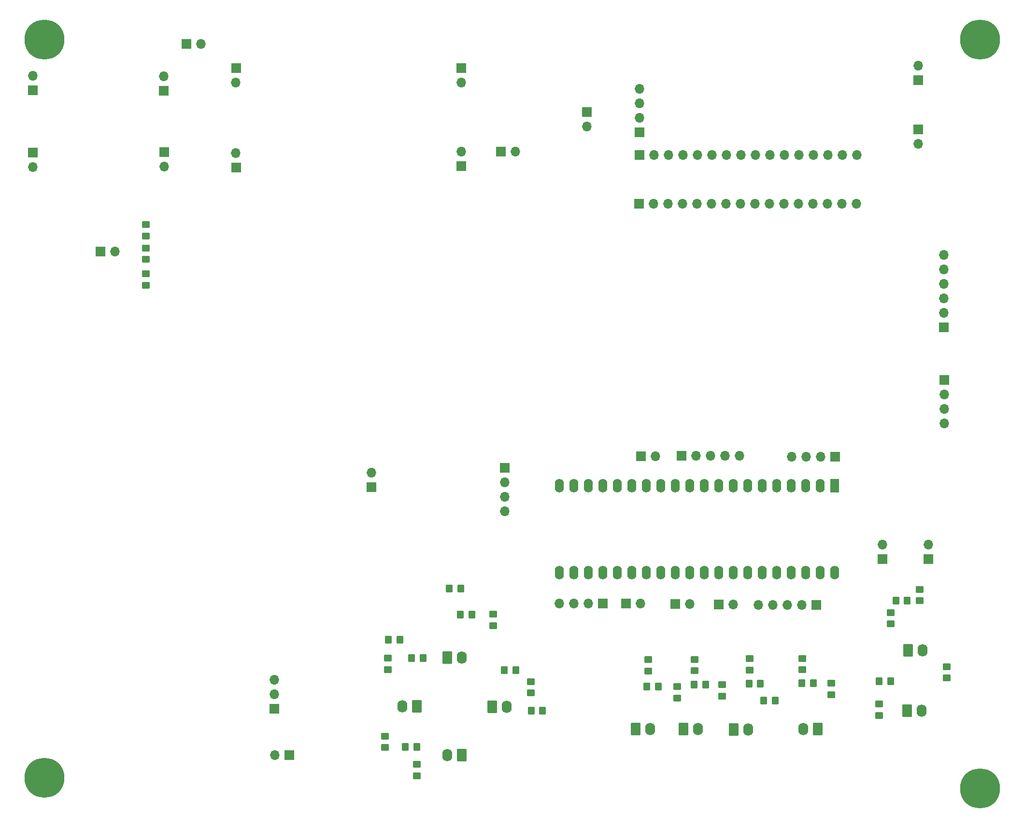
<source format=gbr>
%TF.GenerationSoftware,KiCad,Pcbnew,(6.0.10)*%
%TF.CreationDate,2023-02-06T13:07:10-03:00*%
%TF.ProjectId,JMP_SYSTEM,4a4d505f-5359-4535-9445-4d2e6b696361,rev?*%
%TF.SameCoordinates,Original*%
%TF.FileFunction,Soldermask,Top*%
%TF.FilePolarity,Negative*%
%FSLAX46Y46*%
G04 Gerber Fmt 4.6, Leading zero omitted, Abs format (unit mm)*
G04 Created by KiCad (PCBNEW (6.0.10)) date 2023-02-06 13:07:10*
%MOMM*%
%LPD*%
G01*
G04 APERTURE LIST*
G04 Aperture macros list*
%AMRoundRect*
0 Rectangle with rounded corners*
0 $1 Rounding radius*
0 $2 $3 $4 $5 $6 $7 $8 $9 X,Y pos of 4 corners*
0 Add a 4 corners polygon primitive as box body*
4,1,4,$2,$3,$4,$5,$6,$7,$8,$9,$2,$3,0*
0 Add four circle primitives for the rounded corners*
1,1,$1+$1,$2,$3*
1,1,$1+$1,$4,$5*
1,1,$1+$1,$6,$7*
1,1,$1+$1,$8,$9*
0 Add four rect primitives between the rounded corners*
20,1,$1+$1,$2,$3,$4,$5,0*
20,1,$1+$1,$4,$5,$6,$7,0*
20,1,$1+$1,$6,$7,$8,$9,0*
20,1,$1+$1,$8,$9,$2,$3,0*%
G04 Aperture macros list end*
%ADD10RoundRect,0.250000X0.450000X-0.350000X0.450000X0.350000X-0.450000X0.350000X-0.450000X-0.350000X0*%
%ADD11RoundRect,0.250000X0.350000X0.450000X-0.350000X0.450000X-0.350000X-0.450000X0.350000X-0.450000X0*%
%ADD12RoundRect,0.250000X-0.620000X-0.845000X0.620000X-0.845000X0.620000X0.845000X-0.620000X0.845000X0*%
%ADD13O,1.740000X2.190000*%
%ADD14RoundRect,0.250000X-0.450000X0.350000X-0.450000X-0.350000X0.450000X-0.350000X0.450000X0.350000X0*%
%ADD15R,1.700000X1.700000*%
%ADD16O,1.700000X1.700000*%
%ADD17R,1.600000X2.400000*%
%ADD18O,1.600000X2.400000*%
%ADD19RoundRect,0.250000X-0.350000X-0.450000X0.350000X-0.450000X0.350000X0.450000X-0.350000X0.450000X0*%
%ADD20RoundRect,0.250000X0.620000X0.845000X-0.620000X0.845000X-0.620000X-0.845000X0.620000X-0.845000X0*%
%ADD21C,7.000000*%
G04 APERTURE END LIST*
D10*
%TO.C,R8*%
X-152994600Y-140430200D03*
X-152994600Y-138430200D03*
%TD*%
D11*
%TO.C,R12*%
X-172949600Y-149844200D03*
X-174949600Y-149844200D03*
%TD*%
D12*
%TO.C,SW9*%
X-126223000Y-146770800D03*
D13*
X-123683000Y-146770800D03*
%TD*%
D12*
%TO.C,SW1*%
X-87020400Y-143560800D03*
D13*
X-84480400Y-143560800D03*
%TD*%
D14*
%TO.C,R3*%
X-84861400Y-122240800D03*
X-84861400Y-124240800D03*
%TD*%
D15*
%TO.C,J13*%
X-102910800Y-124952200D03*
D16*
X-105450800Y-124952200D03*
X-107990800Y-124952200D03*
X-110530800Y-124952200D03*
X-113070800Y-124952200D03*
%TD*%
D17*
%TO.C,J1*%
X-99735800Y-104043000D03*
D18*
X-102275800Y-104043000D03*
X-104815800Y-104043000D03*
X-107355800Y-104043000D03*
X-109895800Y-104043000D03*
X-112435800Y-104043000D03*
X-114975800Y-104043000D03*
X-117515800Y-104043000D03*
X-120055800Y-104043000D03*
X-122595800Y-104043000D03*
X-125135800Y-104043000D03*
X-127675800Y-104043000D03*
X-130215800Y-104043000D03*
X-132755800Y-104043000D03*
X-135295800Y-104043000D03*
X-137835800Y-104043000D03*
X-140375800Y-104043000D03*
X-142915800Y-104043000D03*
X-145455800Y-104043000D03*
X-147995800Y-104043000D03*
X-147995800Y-119283000D03*
X-145455800Y-119283000D03*
X-142915800Y-119283000D03*
X-140375800Y-119283000D03*
X-137835800Y-119283000D03*
X-135295800Y-119283000D03*
X-132755800Y-119283000D03*
X-130215800Y-119283000D03*
X-127675800Y-119283000D03*
X-125135800Y-119283000D03*
X-122595800Y-119283000D03*
X-120055800Y-119283000D03*
X-117515800Y-119283000D03*
X-114975800Y-119283000D03*
X-112435800Y-119283000D03*
X-109895800Y-119283000D03*
X-107355800Y-119283000D03*
X-104815800Y-119283000D03*
X-102275800Y-119283000D03*
X-99735800Y-119283000D03*
%TD*%
D10*
%TO.C,C6*%
X-178521600Y-149996600D03*
X-178521600Y-147996600D03*
%TD*%
D12*
%TO.C,SW4*%
X-159725600Y-142819000D03*
D13*
X-157185600Y-142819000D03*
%TD*%
D12*
%TO.C,SW5*%
X-167650400Y-134239200D03*
D13*
X-165110400Y-134239200D03*
%TD*%
D15*
%TO.C,J22*%
X-195326000Y-151282400D03*
D16*
X-197866000Y-151282400D03*
%TD*%
D14*
%TO.C,R1*%
X-80111600Y-135804400D03*
X-80111600Y-137804400D03*
%TD*%
D10*
%TO.C,R21*%
X-220431600Y-68929200D03*
X-220431600Y-66929200D03*
%TD*%
D15*
%TO.C,U3*%
X-240231400Y-34777200D03*
D16*
X-240231400Y-32237200D03*
D15*
X-240240600Y-45639200D03*
D16*
X-240240600Y-48179200D03*
X-217311400Y-32297200D03*
D15*
X-217311400Y-34837200D03*
D16*
X-217279000Y-48128400D03*
D15*
X-217279000Y-45588400D03*
%TD*%
D19*
%TO.C,C3*%
X-177936400Y-131064000D03*
X-175936400Y-131064000D03*
%TD*%
D14*
%TO.C,C5*%
X-159624000Y-126609800D03*
X-159624000Y-128609800D03*
%TD*%
D15*
%TO.C,J17*%
X-136281400Y-124749000D03*
D16*
X-133741400Y-124749000D03*
%TD*%
D19*
%TO.C,R9*%
X-167268400Y-122072400D03*
X-165268400Y-122072400D03*
%TD*%
D15*
%TO.C,J12*%
X-197916800Y-143190200D03*
D16*
X-197916800Y-140650200D03*
X-197916800Y-138110200D03*
%TD*%
D15*
%TO.C,J20*%
X-133695600Y-98942600D03*
D16*
X-131155600Y-98942600D03*
%TD*%
D14*
%TO.C,C10*%
X-100315000Y-138735000D03*
X-100315000Y-140735000D03*
%TD*%
D19*
%TO.C,R14*%
X-114726200Y-138800600D03*
X-112726200Y-138800600D03*
%TD*%
D12*
%TO.C,SW7*%
X-117434600Y-146796200D03*
D13*
X-114894600Y-146796200D03*
%TD*%
D11*
%TO.C,R4*%
X-87011000Y-124231400D03*
X-89011000Y-124231400D03*
%TD*%
%TO.C,C7*%
X-110135400Y-141767000D03*
X-112135400Y-141767000D03*
%TD*%
%TO.C,R5*%
X-171897800Y-134299200D03*
X-173897800Y-134299200D03*
%TD*%
D15*
%TO.C,J15*%
X-127645400Y-124850600D03*
D16*
X-125105400Y-124850600D03*
%TD*%
D19*
%TO.C,R20*%
X-105455200Y-138744400D03*
X-103455200Y-138744400D03*
%TD*%
D15*
%TO.C,J4*%
X-80518000Y-85547200D03*
D16*
X-80518000Y-88087200D03*
X-80518000Y-90627200D03*
X-80518000Y-93167200D03*
%TD*%
D11*
%TO.C,R2*%
X-89932000Y-138328400D03*
X-91932000Y-138328400D03*
%TD*%
D19*
%TO.C,R16*%
X-132658600Y-139308600D03*
X-130658600Y-139308600D03*
%TD*%
%TO.C,R18*%
X-124352800Y-138962400D03*
X-122352800Y-138962400D03*
%TD*%
D20*
%TO.C,SW10*%
X-102702600Y-146725400D03*
D13*
X-105242600Y-146725400D03*
%TD*%
D15*
%TO.C,J8*%
X-126527800Y-98790200D03*
D16*
X-123987800Y-98790200D03*
X-121447800Y-98790200D03*
X-118907800Y-98790200D03*
X-116367800Y-98790200D03*
%TD*%
D15*
%TO.C,J19*%
X-99613800Y-98993400D03*
D16*
X-102153800Y-98993400D03*
X-104693800Y-98993400D03*
X-107233800Y-98993400D03*
%TD*%
D21*
%TO.C,*%
X-238252000Y-155295600D03*
%TD*%
D15*
%TO.C,U4*%
X-204646600Y-30871500D03*
D16*
X-204668600Y-33381900D03*
X-204668600Y-45777100D03*
D15*
X-204646600Y-48321500D03*
X-165176600Y-48016500D03*
D16*
X-165197000Y-45472300D03*
D15*
X-165176600Y-30871500D03*
D16*
X-165197000Y-33381900D03*
%TD*%
D14*
%TO.C,R22*%
X-220421200Y-62398400D03*
X-220421200Y-64398400D03*
%TD*%
D12*
%TO.C,SW2*%
X-86893400Y-132912800D03*
D13*
X-84353400Y-132912800D03*
%TD*%
D15*
%TO.C,J10*%
X-213360000Y-26573400D03*
D16*
X-210820000Y-26573400D03*
%TD*%
D14*
%TO.C,R15*%
X-132420600Y-134600200D03*
X-132420600Y-136600200D03*
%TD*%
D11*
%TO.C,R7*%
X-150927800Y-143494200D03*
X-152927800Y-143494200D03*
%TD*%
D14*
%TO.C,R17*%
X-124292600Y-134518600D03*
X-124292600Y-136518600D03*
%TD*%
%TO.C,R13*%
X-114640600Y-134397000D03*
X-114640600Y-136397000D03*
%TD*%
%TO.C,C2*%
X-89941400Y-126304800D03*
X-89941400Y-128304800D03*
%TD*%
D15*
%TO.C,J18*%
X-120030400Y-124901400D03*
D16*
X-117490400Y-124901400D03*
%TD*%
D11*
%TO.C,C4*%
X-155616400Y-136398000D03*
X-157616400Y-136398000D03*
%TD*%
D14*
%TO.C,R19*%
X-105420400Y-134366200D03*
X-105420400Y-136366200D03*
%TD*%
D15*
%TO.C,J16*%
X-180898800Y-104297400D03*
D16*
X-180898800Y-101757400D03*
%TD*%
D15*
%TO.C,U1*%
X-133915300Y-46073100D03*
D16*
X-131375300Y-46073100D03*
X-128835300Y-46073100D03*
X-126295300Y-46073100D03*
X-123755300Y-46073100D03*
X-121215300Y-46073100D03*
X-118675300Y-46073100D03*
X-116135300Y-46073100D03*
X-113595300Y-46073100D03*
X-111055300Y-46073100D03*
X-108515300Y-46073100D03*
X-105975300Y-46073100D03*
X-103435300Y-46073100D03*
X-100895300Y-46073100D03*
X-98355300Y-46073100D03*
X-95815300Y-46073100D03*
X-133915300Y-34461900D03*
X-133915300Y-37001900D03*
X-133915300Y-39541900D03*
D15*
X-133915300Y-42081900D03*
%TD*%
D20*
%TO.C,SW3*%
X-172974000Y-142748000D03*
D13*
X-175514000Y-142748000D03*
%TD*%
D21*
%TO.C,*%
X-74269600Y-157149800D03*
%TD*%
D15*
%TO.C,J9*%
X-143154400Y-38552200D03*
D16*
X-143154400Y-41092200D03*
%TD*%
D14*
%TO.C,R23*%
X-220421200Y-58283600D03*
X-220421200Y-60283600D03*
%TD*%
D15*
%TO.C,J6*%
X-83312000Y-116956200D03*
D16*
X-83312000Y-114416200D03*
%TD*%
D14*
%TO.C,C8*%
X-127340600Y-139324600D03*
X-127340600Y-141324600D03*
%TD*%
D15*
%TO.C,J5*%
X-80568800Y-76301600D03*
D16*
X-80568800Y-73761600D03*
X-80568800Y-71221600D03*
X-80568800Y-68681600D03*
X-80568800Y-66141600D03*
X-80568800Y-63601600D03*
%TD*%
D14*
%TO.C,C9*%
X-119466600Y-138953000D03*
X-119466600Y-140953000D03*
%TD*%
D20*
%TO.C,SW6*%
X-165110400Y-151308000D03*
D13*
X-167650400Y-151308000D03*
%TD*%
D15*
%TO.C,J14*%
X-140396200Y-124698200D03*
D16*
X-142936200Y-124698200D03*
X-145476200Y-124698200D03*
X-148016200Y-124698200D03*
%TD*%
D19*
%TO.C,R10*%
X-165348400Y-126670000D03*
X-163348400Y-126670000D03*
%TD*%
D21*
%TO.C,*%
X-74269600Y-25857200D03*
%TD*%
D15*
%TO.C,J11*%
X-158242000Y-45471000D03*
D16*
X-155702000Y-45471000D03*
%TD*%
D15*
%TO.C,J3*%
X-85090000Y-32923400D03*
D16*
X-85090000Y-30383400D03*
%TD*%
D10*
%TO.C,R6*%
X-178079400Y-136315200D03*
X-178079400Y-134315200D03*
%TD*%
D15*
%TO.C,BT1*%
X-228437600Y-62976200D03*
D16*
X-225897600Y-62976200D03*
%TD*%
D14*
%TO.C,C1*%
X-91948000Y-142357600D03*
X-91948000Y-144357600D03*
%TD*%
D15*
%TO.C,J21*%
X-157515800Y-100984600D03*
D16*
X-157515800Y-103524600D03*
X-157515800Y-106064600D03*
X-157515800Y-108604600D03*
%TD*%
D10*
%TO.C,R11*%
X-172959000Y-154959000D03*
X-172959000Y-152959000D03*
%TD*%
D21*
%TO.C,REF\u002A\u002A*%
X-238252000Y-25857200D03*
%TD*%
D12*
%TO.C,SW8*%
X-134579600Y-146720000D03*
D13*
X-132039600Y-146720000D03*
%TD*%
D15*
%TO.C,J2*%
X-85049600Y-41609800D03*
D16*
X-85049600Y-44149800D03*
%TD*%
D15*
%TO.C,J7*%
X-91343400Y-116971200D03*
D16*
X-91343400Y-114431200D03*
%TD*%
D15*
%TO.C,U2*%
X-134016600Y-54601000D03*
D16*
X-131476600Y-54601000D03*
X-128936600Y-54601000D03*
X-126396600Y-54601000D03*
X-123856600Y-54601000D03*
X-121316600Y-54601000D03*
X-118776600Y-54601000D03*
X-116236600Y-54601000D03*
X-113696600Y-54601000D03*
X-111156600Y-54601000D03*
X-108616600Y-54601000D03*
X-106076600Y-54601000D03*
X-103536600Y-54601000D03*
X-100996600Y-54601000D03*
X-98456600Y-54601000D03*
X-95916600Y-54601000D03*
%TD*%
M02*

</source>
